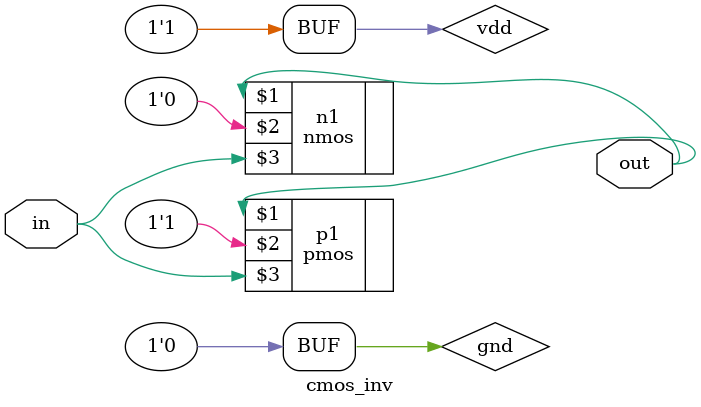
<source format=v>

module cmos_inv(
    input in,
    output out
);
supply1 vdd;
supply0 gnd;

// Argument order (Drain, Source, gate)
nmos n1(out, gnd, in);
pmos p1(out, vdd, in);

endmodule
</source>
